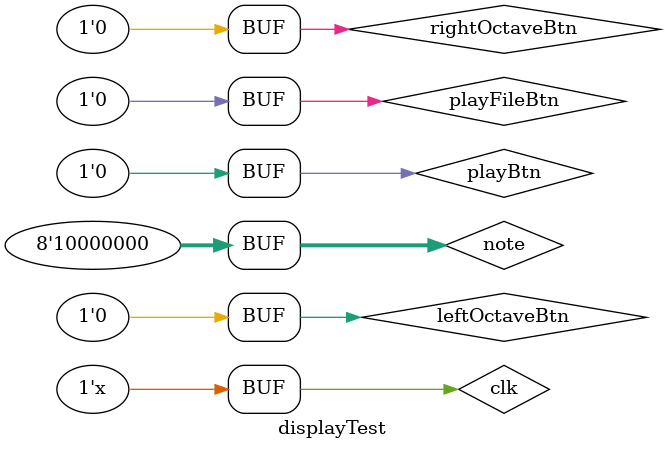
<source format=v>
`timescale 1ns / 1ps


module displayTest;

	// Inputs
	reg clk;
	reg rightOctaveBtn;
	reg leftOctaveBtn;
	reg [7:0] note;
	reg playBtn;
	reg playFileBtn;
	// Outputs
	wire [7:0] segDisplay;
	wire [3:0] anodeNum;
	wire Speaker;
	wire [2:0] octaveOutput;
	wire currNoteClk;
	wire currFileClk;
	wire fileOutput;
	wire playOutput;
	wire rightOutput;

	// Instantiate the Unit Under Test (UUT)
	displayAndProcess uut (
		.clk(clk), 
		.playBtn(playBtn),
		.rightOctaveBtn(rightOctaveBtn), 
		.leftOctaveBtn(leftOctaveBtn),
		.playFileBtn(playFileBtn),
		.note(note), 
		.segDisplay(segDisplay), 
		.anodeNum(anodeNum),
		.octaveOutput(octaveOutput),
		.currNoteOutput(currNoteClk),
		.currFileOutput(currFileClk),
		.fileOutput(fileOutput),
		.playOutput(playOutput),
		.rightOutput(rightOutput),

		.Speaker(Speaker)
	);

	initial begin
		// Initialize Inputs
		clk = 0;
		rightOctaveBtn = 0;
		leftOctaveBtn = 0;
		note = 8'b10000000;
		playBtn = 0;
		playFileBtn=0;
		// Wait 100 ns for global reset to finish
		#100;
      rightOctaveBtn=1;
		#40000;
		rightOctaveBtn=0;
		#100;
		playFileBtn = 1;
		#40000;
		playFileBtn = 0;
		
		  
		// Add stimulus here

	end
	always begin
	 #10 clk = ~clk;
	 
	end
	

endmodule


</source>
